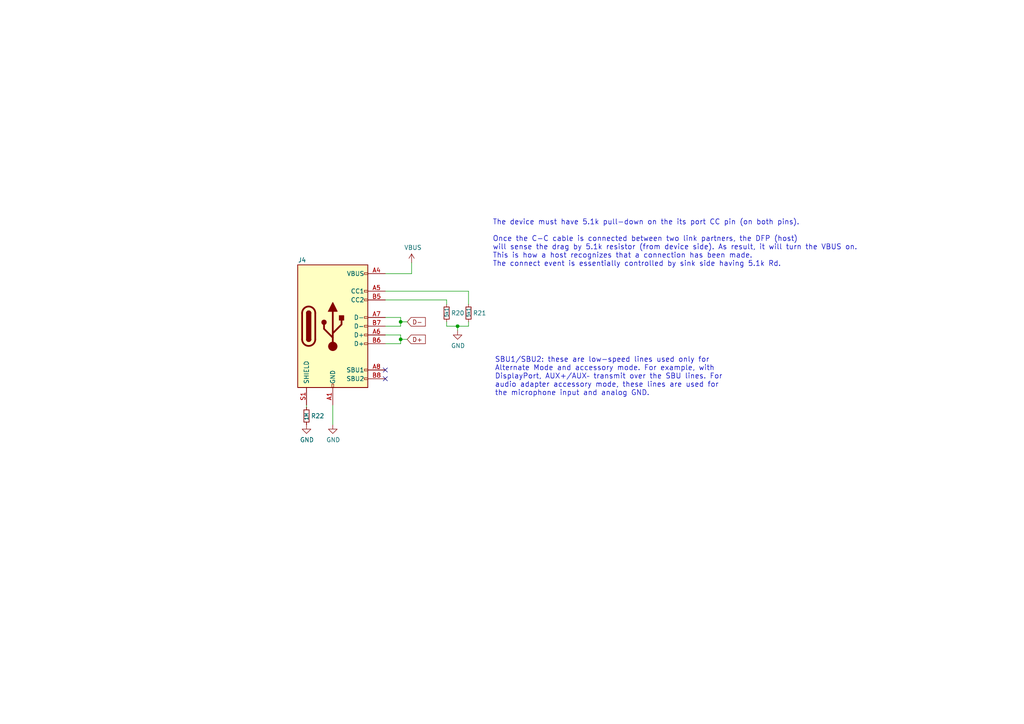
<source format=kicad_sch>
(kicad_sch (version 20211123) (generator eeschema)
  (paper "A4")
  (title_block (title "CNLJS") (date "2021-12-22") (rev "v0.01") (company "Josip&Zvonimir"))
  (lib_symbols
    (symbol "Connector:USB_C_Receptacle_USB2.0" (pin_names (offset 1.016))
      (property "Reference" "J" (at -10.16 19.05 0))
      (property "Value" "USB_C_Receptacle_USB2.0" (at 19.05 19.05 0))
      (symbol "USB_C_Receptacle_USB2.0_0_0"
        (rectangle (start -0.254 -17.78) (end 0.254 -16.764))
        (rectangle (start 10.16 -14.986) (end 9.144 -15.494))
        (rectangle (start 10.16 -12.446) (end 9.144 -12.954))
        (rectangle (start 10.16 -4.826) (end 9.144 -5.334))
        (rectangle (start 10.16 -2.286) (end 9.144 -2.794))
        (rectangle (start 10.16 0.254) (end 9.144 -0.254))
        (rectangle (start 10.16 2.794) (end 9.144 2.286))
        (rectangle (start 10.16 7.874) (end 9.144 7.366))
        (rectangle (start 10.16 10.414) (end 9.144 9.906))
        (rectangle (start 10.16 15.494) (end 9.144 14.986))
      )
      (symbol "USB_C_Receptacle_USB2.0_0_1"
        (rectangle (start -10.16 17.78) (end 10.16 -17.78) (stroke (width 0.254)) (fill (type background)))
        (arc (start -8.89 -3.81) (mid -6.985 -5.715) (end -5.08 -3.81) (stroke (width 0.508)))
        (arc (start -7.62 -3.81) (mid -6.985 -4.445) (end -6.35 -3.81) (stroke (width 0.254)))
        (arc (start -7.62 -3.81) (mid -6.985 -4.445) (end -6.35 -3.81) (stroke (width 0.254)) (fill (type outline)))
        (rectangle (start -7.62 -3.81) (end -6.35 3.81) (stroke (width 0.254)) (fill (type outline)))
        (arc (start -6.35 3.81) (mid -6.985 4.445) (end -7.62 3.81) (stroke (width 0.254)))
        (arc (start -6.35 3.81) (mid -6.985 4.445) (end -7.62 3.81) (stroke (width 0.254)) (fill (type outline)))
        (arc (start -5.08 3.81) (mid -6.985 5.715) (end -8.89 3.81) (stroke (width 0.508)))
        (circle (center -2.54 1.143) (radius 0.635) (stroke (width 0.254)) (fill (type outline)))
        (circle (center 0 -5.842) (radius 1.27) (fill (type outline)))
        (polyline (pts (xy -8.89 -3.81) (xy -8.89 3.81)) (stroke (width 0.508)))
        (polyline (pts (xy -5.08 3.81) (xy -5.08 -3.81)) (stroke (width 0.508)))
        (polyline (pts (xy 0 -5.842) (xy 0 4.318)) (stroke (width 0.508)))
        (polyline (pts (xy 0 -3.302) (xy -2.54 -0.762) (xy -2.54 0.508)) (stroke (width 0.508)))
        (polyline (pts (xy 0 -2.032) (xy 2.54 0.508) (xy 2.54 1.778)) (stroke (width 0.508)))
        (polyline (pts (xy -1.27 4.318) (xy 0 6.858) (xy 1.27 4.318) (xy -1.27 4.318)) (stroke (width 0.254)) (fill (type outline)))
        (rectangle (start 1.905 1.778) (end 3.175 3.048) (stroke (width 0.254)) (fill (type outline)))
      )
      (symbol "USB_C_Receptacle_USB2.0_1_1"
        (pin passive line (at 0 -22.86 90) (length 5.08) (name "GND") (number "A1"))
        (pin passive line (at 0 -22.86 90) (length 5.08) hide (name "GND") (number "A12"))
        (pin passive line (at 15.24 15.24 180) (length 5.08) (name "VBUS") (number "A4"))
        (pin bidirectional line (at 15.24 10.16 180) (length 5.08) (name "CC1") (number "A5"))
        (pin bidirectional line (at 15.24 -2.54 180) (length 5.08) (name "D+") (number "A6"))
        (pin bidirectional line (at 15.24 2.54 180) (length 5.08) (name "D-") (number "A7"))
        (pin bidirectional line (at 15.24 -12.7 180) (length 5.08) (name "SBU1") (number "A8"))
        (pin passive line (at 15.24 15.24 180) (length 5.08) hide (name "VBUS") (number "A9"))
        (pin passive line (at 0 -22.86 90) (length 5.08) hide (name "GND") (number "B1"))
        (pin passive line (at 0 -22.86 90) (length 5.08) hide (name "GND") (number "B12"))
        (pin passive line (at 15.24 15.24 180) (length 5.08) hide (name "VBUS") (number "B4"))
        (pin bidirectional line (at 15.24 7.62 180) (length 5.08) (name "CC2") (number "B5"))
        (pin bidirectional line (at 15.24 -5.08 180) (length 5.08) (name "D+") (number "B6"))
        (pin bidirectional line (at 15.24 0 180) (length 5.08) (name "D-") (number "B7"))
        (pin bidirectional line (at 15.24 -15.24 180) (length 5.08) (name "SBU2") (number "B8"))
        (pin passive line (at 15.24 15.24 180) (length 5.08) hide (name "VBUS") (number "B9"))
        (pin passive line (at -7.62 -22.86 90) (length 5.08) (name "SHIELD") (number "S1"))
      )
    )
    (symbol "Device:R_Small" (pin_numbers hide) (pin_names (offset 0.254) hide)
      (property "Reference" "R" (at 0.762 0.508 0))
      (property "Value" "R_Small" (at 0.762 -1.016 0))
      (symbol "R_Small_0_1"
        (rectangle (start -0.762 1.778) (end 0.762 -1.778) (stroke (width 0.2032)))
      )
      (symbol "R_Small_1_1"
        (pin passive line (at 0 2.54 270) (length 0.762) (name "~") (number "1"))
        (pin passive line (at 0 -2.54 90) (length 0.762) (name "~") (number "2"))
      )
    )
    (symbol "power:GND" (power) (pin_names (offset 0))
      (property "Value" "GND" (at 0 -3.81 0))
      (symbol "GND_0_1"
        (polyline (pts (xy 0 0) (xy 0 -1.27) (xy 1.27 -1.27) (xy 0 -2.54) (xy -1.27 -1.27) (xy 0 -1.27)))
      )
      (symbol "GND_1_1"
        (pin power_in line (at 0 0 270) (length 0) hide (name "GND") (number "1"))
      )
    )
    (symbol "power:VBUS" (power) (pin_names (offset 0))
      (property "Value" "VBUS" (at 0 3.81 0))
      (symbol "VBUS_0_1"
        (polyline (pts (xy -0.762 1.27) (xy 0 2.54)))
        (polyline (pts (xy 0 0) (xy 0 2.54)))
        (polyline (pts (xy 0 2.54) (xy 0.762 1.27)))
      )
      (symbol "VBUS_1_1"
        (pin power_in line (at 0 0 90) (length 0) hide (name "VBUS") (number "1"))
      )
    )
  )
  (junction (at 116.205 93.345))
  (junction (at 116.205 98.425))
  (junction (at 132.715 94.615))
  (no_connect (at 111.76 109.855))
  (no_connect (at 111.76 107.315))
  (wire (pts (xy 116.205 99.695) (xy 111.76 99.695)))
  (wire (pts (xy 129.54 86.995) (xy 129.54 88.265)))
  (wire (pts (xy 135.89 84.455) (xy 135.89 88.265)))
  (wire (pts (xy 129.54 94.615) (xy 132.715 94.615)))
  (wire (pts (xy 111.76 84.455) (xy 135.89 84.455)))
  (wire (pts (xy 116.205 92.075) (xy 116.205 93.345)))
  (wire (pts (xy 132.715 94.615) (xy 132.715 95.885)))
  (wire (pts (xy 119.38 79.375) (xy 119.38 76.2)))
  (wire (pts (xy 116.205 93.345) (xy 118.11 93.345)))
  (wire (pts (xy 132.715 94.615) (xy 135.89 94.615)))
  (wire (pts (xy 116.205 93.345) (xy 116.205 94.615)))
  (wire (pts (xy 135.89 94.615) (xy 135.89 93.345)))
  (wire (pts (xy 111.76 79.375) (xy 119.38 79.375)))
  (wire (pts (xy 116.205 97.155) (xy 116.205 98.425)))
  (wire (pts (xy 111.76 92.075) (xy 116.205 92.075)))
  (wire (pts (xy 116.205 98.425) (xy 116.205 99.695)))
  (wire (pts (xy 129.54 93.345) (xy 129.54 94.615)))
  (wire (pts (xy 111.76 86.995) (xy 129.54 86.995)))
  (wire (pts (xy 116.205 98.425) (xy 118.11 98.425)))
  (wire (pts (xy 88.9 117.475) (xy 88.9 118.11)))
  (wire (pts (xy 96.52 117.475) (xy 96.52 123.19)))
  (wire (pts (xy 116.205 94.615) (xy 111.76 94.615)))
  (wire (pts (xy 111.76 97.155) (xy 116.205 97.155)))
  (text "The device must have 5.1k pull-down on the its port CC pin (on both pins).\n\nOnce the C-C cable is connected between two link partners, the DFP (host)\nwill sense the drag by 5.1k resistor (from device side). As result, it will turn the VBUS on.\nThis is how a host recognizes that a connection has been made.\nThe connect event is essentially controlled by sink side having 5.1k Rd." (at 142.875 77.47 0) (effects (font (size 1.4986 1.4986)) (justify left bottom)))
  (text "SBU1/SBU2: these are low-speed lines used only for\nAlternate Mode and accessory mode. For example, with\nDisplayPort, AUX+/AUX– transmit over the SBU lines. For\naudio adapter accessory mode, these lines are used for\nthe microphone input and analog GND." (at 143.51 114.935 0) (effects (font (size 1.4986 1.4986)) (justify left bottom)))
  (global_label "D+" (shape input) (at 118.11 98.425 0) (property "Intersheet References" "${INTERSHEET_REFS}" (effects hide)))
  (global_label "D-" (shape input) (at 118.11 93.345 0) (property "Intersheet References" "${INTERSHEET_REFS}" (effects hide)))
  (symbol (lib_id "Connector:USB_C_Receptacle_USB2.0") (at 96.52 94.615 0) (unit 1)
    (property "Reference" "J4" (at 87.63 75.438 0))
    (property "Value" "USB_C_Receptacle_USB2.0" (effects hide))
    (property "Footprint" "CNLJS:USB_C_Receptacle_HRO_TYPE-C-31-M-12" (effects hide))
    (property "Datasheet" "https://www.usb.org/sites/default/files/documents/usb_type-c.zip" (effects hide))
    (property "Basic/Extended" "-" (effects hide))
    (property "JLCPCB Part #" "-" (effects hide))
    (property "Ostalo" "https://www.aliexpress.com/item/32976750426.html?spm=a2g0o.9042311.0.0.39c14c4dXFSZYC" (effects hide))
    (property "U labosu?" "Da" (effects hide))
  )
  (symbol (lib_id "power:VBUS") (at 119.38 76.2 0) (unit 1)
    (property "Reference" "#PWR061" (effects hide))
    (property "Value" "VBUS" (at 119.761 71.8058 0))
  )
  (symbol (lib_id "power:GND") (at 96.52 123.19 0) (unit 1)
    (property "Reference" "#PWR064" (effects hide))
    (property "Value" "GND" (at 96.647 127.5842 0))
  )
  (symbol (lib_id "Device:R_Small") (at 129.54 90.805 0) (unit 1)
    (property "Reference" "R20" (at 130.81 90.805 0) (effects (justify left)))
    (property "Value" "5k1" (at 129.54 92.075 90) (effects (font (size 0.9906 0.9906)) (justify left)))
    (property "Footprint" "Resistor_SMD:R_0805_2012Metric" (effects hide))
  )
  (symbol (lib_id "Device:R_Small") (at 135.89 90.805 0) (unit 1)
    (property "Reference" "R21" (at 137.16 90.805 0) (effects (justify left)))
    (property "Value" "5k1" (at 135.89 92.075 90) (effects (font (size 0.9906 0.9906)) (justify left)))
    (property "Footprint" "Resistor_SMD:R_0805_2012Metric" (effects hide))
  )
  (symbol (lib_id "power:GND") (at 132.715 95.885 0) (unit 1)
    (property "Reference" "#PWR062" (effects hide))
    (property "Value" "GND" (at 132.842 100.2792 0))
  )
  (symbol (lib_id "Device:R_Small") (at 88.9 120.65 0) (unit 1)
    (property "Reference" "R22" (at 90.17 120.65 0) (effects (justify left)))
    (property "Value" "1M" (at 88.9 121.92 90) (effects (font (size 0.9906 0.9906)) (justify left)))
    (property "Footprint" "Resistor_SMD:R_0805_2012Metric" (effects hide))
  )
  (symbol (lib_id "power:GND") (at 88.9 123.19 0) (unit 1)
    (property "Reference" "#PWR063" (effects hide))
    (property "Value" "GND" (at 89.027 127.5842 0))
  )
)
</source>
